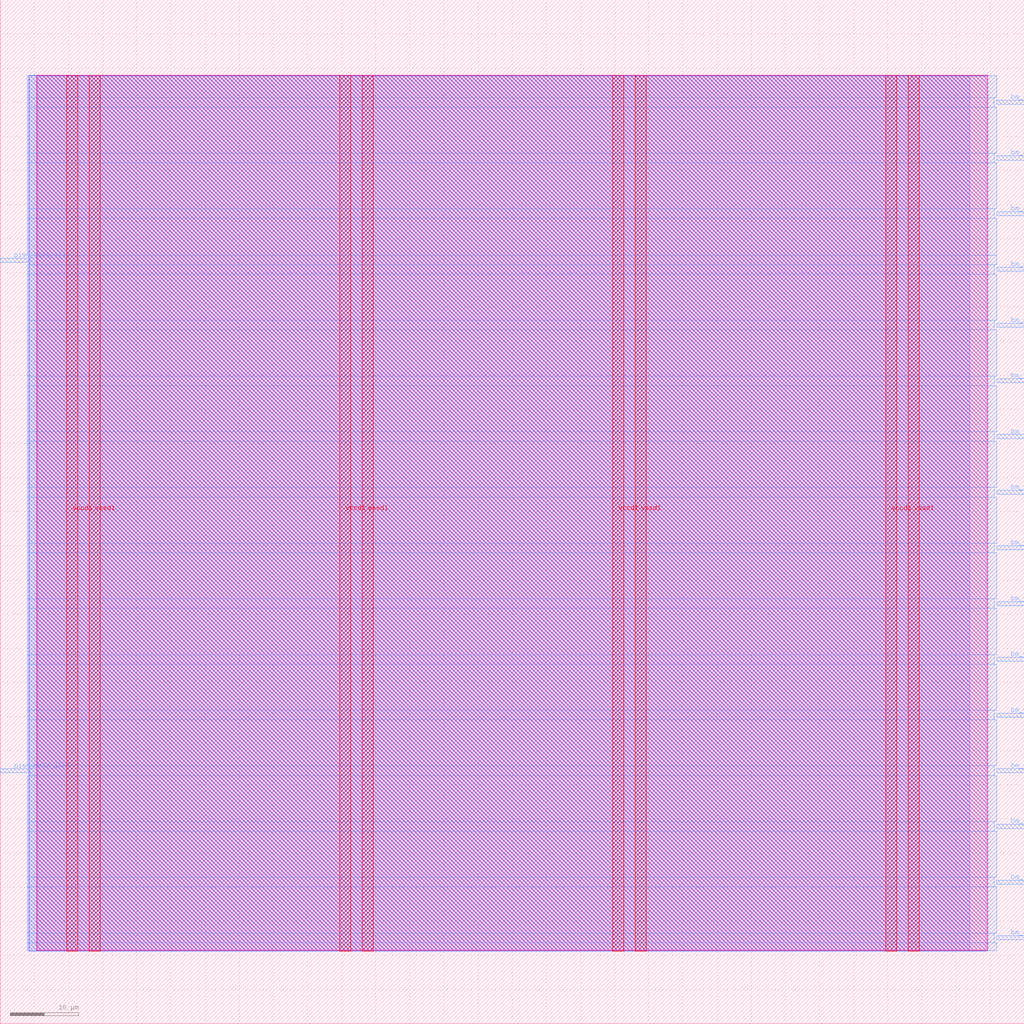
<source format=lef>
VERSION 5.7 ;
  NOWIREEXTENSIONATPIN ON ;
  DIVIDERCHAR "/" ;
  BUSBITCHARS "[]" ;
MACRO bmu
  CLASS BLOCK ;
  FOREIGN bmu ;
  ORIGIN 0.000 0.000 ;
  SIZE 150.000 BY 150.000 ;
  PIN bm_s0_s0_o[0]
    DIRECTION OUTPUT ;
    USE SIGNAL ;
    ANTENNADIFFAREA 0.891000 ;
    PORT
      LAYER met3 ;
        RECT 146.000 12.280 150.000 12.880 ;
    END
  END bm_s0_s0_o[0]
  PIN bm_s0_s0_o[1]
    DIRECTION OUTPUT ;
    USE SIGNAL ;
    ANTENNADIFFAREA 0.891000 ;
    PORT
      LAYER met3 ;
        RECT 146.000 20.440 150.000 21.040 ;
    END
  END bm_s0_s0_o[1]
  PIN bm_s0_s2_o[0]
    DIRECTION OUTPUT ;
    USE SIGNAL ;
    ANTENNADIFFAREA 0.891000 ;
    PORT
      LAYER met3 ;
        RECT 146.000 28.600 150.000 29.200 ;
    END
  END bm_s0_s2_o[0]
  PIN bm_s0_s2_o[1]
    DIRECTION OUTPUT ;
    USE SIGNAL ;
    ANTENNADIFFAREA 0.891000 ;
    PORT
      LAYER met3 ;
        RECT 146.000 36.760 150.000 37.360 ;
    END
  END bm_s0_s2_o[1]
  PIN bm_s1_s0_o[0]
    DIRECTION OUTPUT ;
    USE SIGNAL ;
    ANTENNADIFFAREA 0.891000 ;
    PORT
      LAYER met3 ;
        RECT 146.000 44.920 150.000 45.520 ;
    END
  END bm_s1_s0_o[0]
  PIN bm_s1_s0_o[1]
    DIRECTION OUTPUT ;
    USE SIGNAL ;
    ANTENNADIFFAREA 0.891000 ;
    PORT
      LAYER met3 ;
        RECT 146.000 53.080 150.000 53.680 ;
    END
  END bm_s1_s0_o[1]
  PIN bm_s1_s2_o[0]
    DIRECTION OUTPUT ;
    USE SIGNAL ;
    ANTENNADIFFAREA 0.891000 ;
    PORT
      LAYER met3 ;
        RECT 146.000 61.240 150.000 61.840 ;
    END
  END bm_s1_s2_o[0]
  PIN bm_s1_s2_o[1]
    DIRECTION OUTPUT ;
    USE SIGNAL ;
    ANTENNADIFFAREA 0.891000 ;
    PORT
      LAYER met3 ;
        RECT 146.000 69.400 150.000 70.000 ;
    END
  END bm_s1_s2_o[1]
  PIN bm_s2_s1_o[0]
    DIRECTION OUTPUT ;
    USE SIGNAL ;
    ANTENNADIFFAREA 0.891000 ;
    PORT
      LAYER met3 ;
        RECT 146.000 77.560 150.000 78.160 ;
    END
  END bm_s2_s1_o[0]
  PIN bm_s2_s1_o[1]
    DIRECTION OUTPUT ;
    USE SIGNAL ;
    ANTENNADIFFAREA 0.891000 ;
    PORT
      LAYER met3 ;
        RECT 146.000 85.720 150.000 86.320 ;
    END
  END bm_s2_s1_o[1]
  PIN bm_s2_s3_o[0]
    DIRECTION OUTPUT ;
    USE SIGNAL ;
    ANTENNADIFFAREA 0.891000 ;
    PORT
      LAYER met3 ;
        RECT 146.000 93.880 150.000 94.480 ;
    END
  END bm_s2_s3_o[0]
  PIN bm_s2_s3_o[1]
    DIRECTION OUTPUT ;
    USE SIGNAL ;
    ANTENNADIFFAREA 0.891000 ;
    PORT
      LAYER met3 ;
        RECT 146.000 102.040 150.000 102.640 ;
    END
  END bm_s2_s3_o[1]
  PIN bm_s3_s1_o[0]
    DIRECTION OUTPUT ;
    USE SIGNAL ;
    ANTENNADIFFAREA 0.891000 ;
    PORT
      LAYER met3 ;
        RECT 146.000 110.200 150.000 110.800 ;
    END
  END bm_s3_s1_o[0]
  PIN bm_s3_s1_o[1]
    DIRECTION OUTPUT ;
    USE SIGNAL ;
    ANTENNADIFFAREA 0.891000 ;
    PORT
      LAYER met3 ;
        RECT 146.000 118.360 150.000 118.960 ;
    END
  END bm_s3_s1_o[1]
  PIN bm_s3_s3_o[0]
    DIRECTION OUTPUT ;
    USE SIGNAL ;
    ANTENNADIFFAREA 0.891000 ;
    PORT
      LAYER met3 ;
        RECT 146.000 126.520 150.000 127.120 ;
    END
  END bm_s3_s3_o[0]
  PIN bm_s3_s3_o[1]
    DIRECTION OUTPUT ;
    USE SIGNAL ;
    ANTENNADIFFAREA 0.891000 ;
    PORT
      LAYER met3 ;
        RECT 146.000 134.680 150.000 135.280 ;
    END
  END bm_s3_s3_o[1]
  PIN piso_data_i[0]
    DIRECTION INPUT ;
    USE SIGNAL ;
    ANTENNAGATEAREA 0.213000 ;
    PORT
      LAYER met3 ;
        RECT 0.000 36.760 4.000 37.360 ;
    END
  END piso_data_i[0]
  PIN piso_data_i[1]
    DIRECTION INPUT ;
    USE SIGNAL ;
    ANTENNAGATEAREA 0.213000 ;
    PORT
      LAYER met3 ;
        RECT 0.000 111.560 4.000 112.160 ;
    END
  END piso_data_i[1]
  PIN vccd1
    DIRECTION INOUT ;
    USE POWER ;
    PORT
      LAYER met4 ;
        RECT 9.720 10.640 11.320 138.960 ;
    END
    PORT
      LAYER met4 ;
        RECT 49.720 10.640 51.320 138.960 ;
    END
    PORT
      LAYER met4 ;
        RECT 89.720 10.640 91.320 138.960 ;
    END
    PORT
      LAYER met4 ;
        RECT 129.720 10.640 131.320 138.960 ;
    END
  END vccd1
  PIN vssd1
    DIRECTION INOUT ;
    USE GROUND ;
    PORT
      LAYER met4 ;
        RECT 13.020 10.640 14.620 138.960 ;
    END
    PORT
      LAYER met4 ;
        RECT 53.020 10.640 54.620 138.960 ;
    END
    PORT
      LAYER met4 ;
        RECT 93.020 10.640 94.620 138.960 ;
    END
    PORT
      LAYER met4 ;
        RECT 133.020 10.640 134.620 138.960 ;
    END
  END vssd1
  OBS
      LAYER nwell ;
        RECT 5.330 10.795 144.630 138.910 ;
      LAYER li1 ;
        RECT 5.520 10.795 144.440 138.805 ;
      LAYER met1 ;
        RECT 4.210 10.640 144.440 138.960 ;
      LAYER met2 ;
        RECT 4.230 10.695 142.050 138.905 ;
      LAYER met3 ;
        RECT 3.990 135.680 146.000 138.885 ;
        RECT 3.990 134.280 145.600 135.680 ;
        RECT 3.990 127.520 146.000 134.280 ;
        RECT 3.990 126.120 145.600 127.520 ;
        RECT 3.990 119.360 146.000 126.120 ;
        RECT 3.990 117.960 145.600 119.360 ;
        RECT 3.990 112.560 146.000 117.960 ;
        RECT 4.400 111.200 146.000 112.560 ;
        RECT 4.400 111.160 145.600 111.200 ;
        RECT 3.990 109.800 145.600 111.160 ;
        RECT 3.990 103.040 146.000 109.800 ;
        RECT 3.990 101.640 145.600 103.040 ;
        RECT 3.990 94.880 146.000 101.640 ;
        RECT 3.990 93.480 145.600 94.880 ;
        RECT 3.990 86.720 146.000 93.480 ;
        RECT 3.990 85.320 145.600 86.720 ;
        RECT 3.990 78.560 146.000 85.320 ;
        RECT 3.990 77.160 145.600 78.560 ;
        RECT 3.990 70.400 146.000 77.160 ;
        RECT 3.990 69.000 145.600 70.400 ;
        RECT 3.990 62.240 146.000 69.000 ;
        RECT 3.990 60.840 145.600 62.240 ;
        RECT 3.990 54.080 146.000 60.840 ;
        RECT 3.990 52.680 145.600 54.080 ;
        RECT 3.990 45.920 146.000 52.680 ;
        RECT 3.990 44.520 145.600 45.920 ;
        RECT 3.990 37.760 146.000 44.520 ;
        RECT 4.400 36.360 145.600 37.760 ;
        RECT 3.990 29.600 146.000 36.360 ;
        RECT 3.990 28.200 145.600 29.600 ;
        RECT 3.990 21.440 146.000 28.200 ;
        RECT 3.990 20.040 145.600 21.440 ;
        RECT 3.990 13.280 146.000 20.040 ;
        RECT 3.990 11.880 145.600 13.280 ;
        RECT 3.990 10.715 146.000 11.880 ;
  END
END bmu
END LIBRARY


</source>
